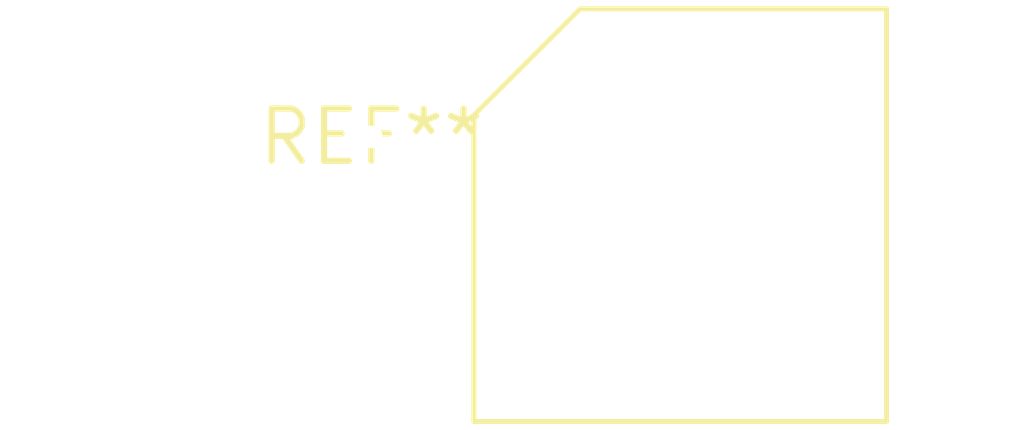
<source format=kicad_pcb>
(kicad_pcb (version 20240108) (generator pcbnew)
  (layers (0 "F.Cu" signal) (31 "B.Cu" signal) (34 "B.Paste" user) (35 "F.Paste" user) (36 "B.SilkS" user "B.Silkscreen") (37 "F.SilkS" user "F.Silkscreen") (38 "B.Mask" user) (39 "F.Mask" user) (44 "Edge.Cuts" user))
  (net 0 "")
  (footprint "PerkinElmer_VTL5C" (layer "F.Cu") (at 0 0)
    (property "Reference" "REF**")
    (property "Value" "PerkinElmer_VTL5C")
    (fp_line (start 2.49 -0.53) (end 2.49 6.91) (layer "F.SilkS") (stroke (width 0.12)))
    (fp_line (start 2.49 6.91) (end 12.51 6.91) (layer "F.SilkS") (stroke (width 0.12)))
    (fp_line (start 5.07 -3.11) (end 2.49 -0.53) (layer "F.SilkS") (stroke (width 0.12)))
    (fp_line (start 12.51 -3.11) (end 5.07 -3.11) (layer "F.SilkS") (stroke (width 0.12)))
    (fp_line (start 12.51 6.91) (end 12.51 -3.11) (layer "F.SilkS") (stroke (width 0.12)))
    (pad "1" thru_hole roundrect (at 0 0) (size 1.15 1.15) (drill 0.55) (layers *.Cu *.Mask) (remove_unused_layers))
    (pad "2" thru_hole circle (at 0 3.8) (size 1.15 1.15) (drill 0.55) (layers *.Cu *.Mask) (remove_unused_layers))
    (pad "3" thru_hole circle (at 15 -0.64) (size 1.15 1.15) (drill 0.55) (layers *.Cu *.Mask) (remove_unused_layers))
    (pad "4" thru_hole circle (at 15 4.44) (size 1.15 1.15) (drill 0.55) (layers *.Cu *.Mask) (remove_unused_layers))
  )
)
</source>
